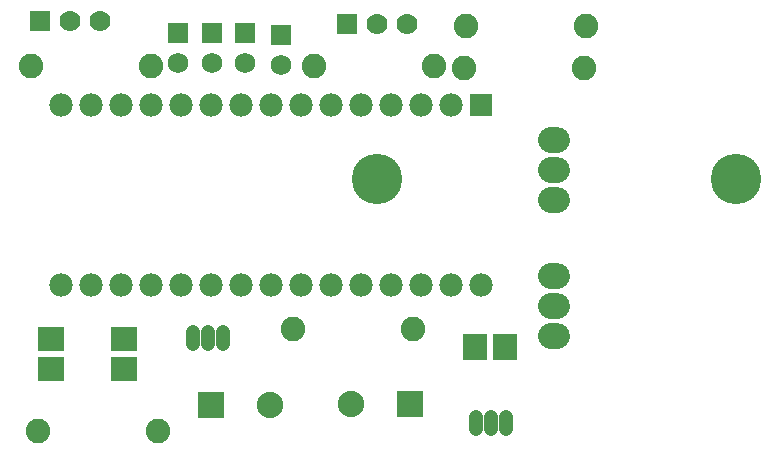
<source format=gts>
G04 Layer: TopSolderMaskLayer*
G04 EasyEDA v5.9.42, Mon, 25 Mar 2019 11:55:45 GMT*
G04 b1db4e5ec28044f985901455ebfe0152*
G04 Gerber Generator version 0.2*
G04 Scale: 100 percent, Rotated: No, Reflected: No *
G04 Dimensions in millimeters *
G04 leading zeros omitted , absolute positions ,3 integer and 3 decimal *
%FSLAX33Y33*%
%MOMM*%
G90*
G71D02*

%ADD14R,1.778000X1.778000*%
%ADD15C,1.778000*%
%ADD30C,2.235200*%
%ADD31C,1.203198*%
%ADD32R,1.981200X1.981200*%
%ADD33C,1.981200*%
%ADD34C,2.082800*%
%ADD35R,1.727200X1.727200*%
%ADD36C,1.727200*%
%ADD37R,2.203196X2.003196*%
%ADD38R,2.235200X2.235200*%
%ADD39R,2.003196X2.203196*%
%ADD40C,4.267200*%

%LPD*%
G54D30*
G01X46101Y24003D02*
G01X45593Y24003D01*
G01X46101Y21463D02*
G01X45593Y21463D01*
G01X46101Y26543D02*
G01X45593Y26543D01*
G01X46101Y12446D02*
G01X45593Y12446D01*
G01X46101Y9906D02*
G01X45593Y9906D01*
G01X46101Y14986D02*
G01X45593Y14986D01*
G54D31*
G01X15240Y10278D02*
G01X15240Y9279D01*
G01X16510Y10278D02*
G01X16510Y9279D01*
G01X17780Y10278D02*
G01X17780Y9279D01*
G01X39243Y3039D02*
G01X39243Y2040D01*
G01X40513Y3039D02*
G01X40513Y2040D01*
G01X41783Y3039D02*
G01X41783Y2040D01*
G54D32*
G01X39624Y29464D03*
G54D33*
G01X37084Y29464D03*
G01X34544Y29464D03*
G01X32004Y29464D03*
G01X29464Y29464D03*
G01X26924Y29464D03*
G01X24384Y29464D03*
G01X21844Y29464D03*
G01X19304Y29464D03*
G01X16764Y29464D03*
G01X14224Y29464D03*
G01X11684Y29464D03*
G01X9144Y29464D03*
G01X6604Y29464D03*
G01X4064Y29464D03*
G01X39624Y14224D03*
G01X37084Y14224D03*
G01X34544Y14224D03*
G01X32004Y14224D03*
G01X29464Y14224D03*
G01X26924Y14224D03*
G01X24384Y14224D03*
G01X21844Y14224D03*
G01X19304Y14224D03*
G01X16764Y14224D03*
G01X14224Y14224D03*
G01X11684Y14224D03*
G01X9144Y14224D03*
G01X6604Y14224D03*
G01X4064Y14224D03*
G54D34*
G01X2159Y1905D03*
G01X12319Y1905D03*
G01X38354Y36195D03*
G01X48514Y36195D03*
G01X38227Y32639D03*
G01X48387Y32639D03*
G01X23749Y10541D03*
G01X33909Y10541D03*
G01X1524Y32766D03*
G01X11684Y32766D03*
G54D35*
G01X22733Y35433D03*
G54D36*
G01X22733Y32893D03*
G54D35*
G01X19685Y35560D03*
G54D36*
G01X19685Y33020D03*
G54D35*
G01X16891Y35560D03*
G54D36*
G01X16891Y33020D03*
G54D35*
G01X13970Y35560D03*
G54D36*
G01X13970Y33020D03*
G54D15*
G01X7366Y36576D03*
G01X4826Y36576D03*
G54D14*
G01X2286Y36576D03*
G54D15*
G01X33401Y36322D03*
G01X30861Y36322D03*
G54D14*
G01X28321Y36322D03*
G54D37*
G01X9418Y7105D03*
G01X9418Y9645D03*
G54D34*
G01X25527Y32766D03*
G01X35687Y32766D03*
G54D37*
G01X3195Y7105D03*
G01X3195Y9645D03*
G54D38*
G01X16814Y4064D03*
G54D30*
G01X21793Y4064D03*
G54D38*
G01X33604Y4191D03*
G54D30*
G01X28625Y4191D03*
G54D39*
G01X39109Y8996D03*
G01X41649Y8996D03*
G54D40*
G01X30861Y23241D03*
G01X61214Y23241D03*
M00*
M02*

</source>
